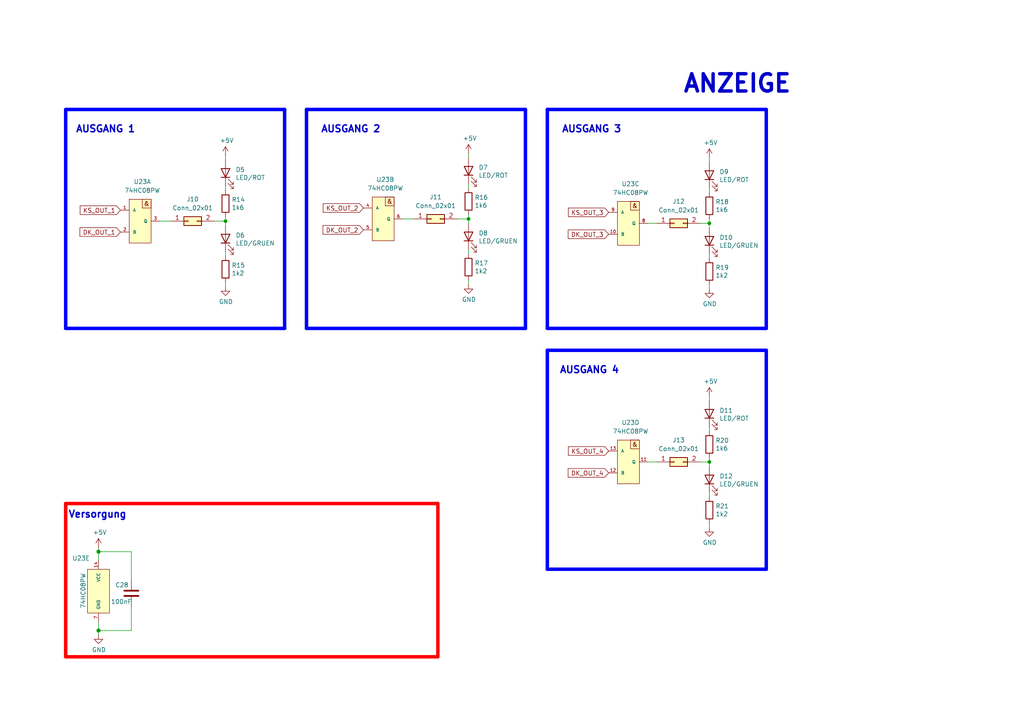
<source format=kicad_sch>
(kicad_sch (version 20210126) (generator eeschema)
  (paper "A4")
  (title_block (title "Kabeltester") (company "BMK Group") (comment 1 "Erstellt: Maximilian Hoffmann") (comment 2 "Geprüft: Robert Schulz"))
  (lib_symbols
    (symbol "Connector_Generic:Conn_02x01" (pin_names (offset 1.016) hide)
      (property "Reference" "J" (at 1.27 2.54 0))
      (property "Value" "Conn_02x01" (at 1.27 -2.54 0))
      (symbol "Conn_02x01_1_1"
        (rectangle (start -1.27 0.127) (end 0 -0.127) (stroke (width 0.1524)))
        (rectangle (start -1.27 1.27) (end 3.81 -1.27) (stroke (width 0.254)) (fill (type background)))
        (rectangle (start 3.81 0.127) (end 2.54 -0.127) (stroke (width 0.1524)))
        (pin passive line (at -5.08 0 0) (length 3.81) (name "Pin_1") (number "1"))
        (pin passive line (at 7.62 0 180) (length 3.81) (name "Pin_2") (number "2"))
      )
    )
    (symbol "Device:C_1" (pin_numbers hide) (pin_names (offset 0.254))
      (property "Reference" "C" (at 0.635 2.54 0))
      (property "Value" "C" (at 0.635 -2.54 0))
      (symbol "C_1_0_1"
        (polyline (pts (xy -2.032 -0.762) (xy 2.032 -0.762)) (stroke (width 0.508)))
        (polyline (pts (xy -2.032 0.762) (xy 2.032 0.762)) (stroke (width 0.508)))
      )
      (symbol "C_1_1_1"
        (pin passive line (at 0 3.81 270) (length 2.794) (name "~") (number "1"))
        (pin passive line (at 0 -3.81 90) (length 2.794) (name "~") (number "2"))
      )
    )
    (symbol "Device:LED" (pin_numbers hide) (pin_names (offset 1.016) hide)
      (property "Reference" "D" (at 0 2.54 0))
      (property "Value" "LED" (at 0 -2.54 0))
      (symbol "LED_0_1"
        (polyline (pts (xy -1.27 -1.27) (xy -1.27 1.27)) (stroke (width 0.254)))
        (polyline (pts (xy -1.27 0) (xy 1.27 0)))
        (polyline (pts (xy 1.27 -1.27) (xy 1.27 1.27) (xy -1.27 0) (xy 1.27 -1.27)) (stroke (width 0.254)))
        (polyline (pts (xy -3.048 -0.762) (xy -4.572 -2.286) (xy -3.81 -2.286) (xy -4.572 -2.286) (xy -4.572 -1.524)))
        (polyline (pts (xy -1.778 -0.762) (xy -3.302 -2.286) (xy -2.54 -2.286) (xy -3.302 -2.286) (xy -3.302 -1.524)))
      )
      (symbol "LED_1_1"
        (pin passive line (at -3.81 0 0) (length 2.54) (name "K") (number "1"))
        (pin passive line (at 3.81 0 180) (length 2.54) (name "A") (number "2"))
      )
    )
    (symbol "Device:R_2" (pin_numbers hide) (pin_names (offset 0))
      (property "Reference" "R" (at 2.032 0 90))
      (property "Value" "R" (at 0 0 90))
      (symbol "R_2_0_1"
        (rectangle (start -1.016 -2.54) (end 1.016 2.54) (stroke (width 0.254)))
      )
      (symbol "R_2_1_1"
        (pin passive line (at 0 3.81 270) (length 1.27) (name "~") (number "1"))
        (pin passive line (at 0 -3.81 90) (length 1.27) (name "~") (number "2"))
      )
    )
    (symbol "Device:R_23" (pin_numbers hide) (pin_names (offset 0))
      (property "Reference" "R" (at 2.032 0 90))
      (property "Value" "R" (at 0 0 90))
      (symbol "R_23_0_1"
        (rectangle (start -1.016 -2.54) (end 1.016 2.54) (stroke (width 0.254)))
      )
      (symbol "R_23_1_1"
        (pin passive line (at 0 3.81 270) (length 1.27) (name "~") (number "1"))
        (pin passive line (at 0 -3.81 90) (length 1.27) (name "~") (number "2"))
      )
    )
    (symbol "Device:R_24" (pin_numbers hide) (pin_names (offset 0))
      (property "Reference" "R" (at 2.032 0 90))
      (property "Value" "R" (at 0 0 90))
      (symbol "R_24_0_1"
        (rectangle (start -1.016 -2.54) (end 1.016 2.54) (stroke (width 0.254)))
      )
      (symbol "R_24_1_1"
        (pin passive line (at 0 3.81 270) (length 1.27) (name "~") (number "1"))
        (pin passive line (at 0 -3.81 90) (length 1.27) (name "~") (number "2"))
      )
    )
    (symbol "Device:R_25" (pin_numbers hide) (pin_names (offset 0))
      (property "Reference" "R" (at 2.032 0 90))
      (property "Value" "R" (at 0 0 90))
      (symbol "R_25_0_1"
        (rectangle (start -1.016 -2.54) (end 1.016 2.54) (stroke (width 0.254)))
      )
      (symbol "R_25_1_1"
        (pin passive line (at 0 3.81 270) (length 1.27) (name "~") (number "1"))
        (pin passive line (at 0 -3.81 90) (length 1.27) (name "~") (number "2"))
      )
    )
    (symbol "Device:R_26" (pin_numbers hide) (pin_names (offset 0))
      (property "Reference" "R" (at 2.032 0 90))
      (property "Value" "R" (at 0 0 90))
      (symbol "R_26_0_1"
        (rectangle (start -1.016 -2.54) (end 1.016 2.54) (stroke (width 0.254)))
      )
      (symbol "R_26_1_1"
        (pin passive line (at 0 3.81 270) (length 1.27) (name "~") (number "1"))
        (pin passive line (at 0 -3.81 90) (length 1.27) (name "~") (number "2"))
      )
    )
    (symbol "Device:R_3" (pin_numbers hide) (pin_names (offset 0))
      (property "Reference" "R" (at 2.032 0 90))
      (property "Value" "R" (at 0 0 90))
      (symbol "R_3_0_1"
        (rectangle (start -1.016 -2.54) (end 1.016 2.54) (stroke (width 0.254)))
      )
      (symbol "R_3_1_1"
        (pin passive line (at 0 3.81 270) (length 1.27) (name "~") (number "1"))
        (pin passive line (at 0 -3.81 90) (length 1.27) (name "~") (number "2"))
      )
    )
    (symbol "Device:R_5" (pin_numbers hide) (pin_names (offset 0))
      (property "Reference" "R" (at 2.032 0 90))
      (property "Value" "R" (at 0 0 90))
      (symbol "R_5_0_1"
        (rectangle (start -1.016 -2.54) (end 1.016 2.54) (stroke (width 0.254)))
      )
      (symbol "R_5_1_1"
        (pin passive line (at 0 3.81 270) (length 1.27) (name "~") (number "1"))
        (pin passive line (at 0 -3.81 90) (length 1.27) (name "~") (number "2"))
      )
    )
    (symbol "Device:R_6" (pin_numbers hide) (pin_names (offset 0))
      (property "Reference" "R" (at 2.032 0 90))
      (property "Value" "R" (at 0 0 90))
      (symbol "R_6_0_1"
        (rectangle (start -1.016 -2.54) (end 1.016 2.54) (stroke (width 0.254)))
      )
      (symbol "R_6_1_1"
        (pin passive line (at 0 3.81 270) (length 1.27) (name "~") (number "1"))
        (pin passive line (at 0 -3.81 90) (length 1.27) (name "~") (number "2"))
      )
    )
    (symbol "Kabeltester:74HC08PW" (pin_names (offset 1.016))
      (property "Reference" "U" (at 0 15.875 0))
      (property "Value" "74HC08PW" (at 0 13.335 0))
      (symbol "74HC08PW_1_1"
        (text "&" (at 1.905 5.08 0) (effects (font (size 1.27 1.27))))
        (rectangle (start -3.175 6.35) (end 3.175 -6.35) (fill (type background)))
        (rectangle (start 0.635 6.35) (end 3.175 3.81))
        (pin bidirectional line (at -5.715 3.175 0) (length 2.54) (name "A") (number "1"))
        (pin bidirectional line (at -5.715 -3.175 0) (length 2.54) (name "B") (number "2"))
        (pin output line (at 5.715 0 180) (length 2.54) (name "Q") (number "3"))
      )
      (symbol "74HC08PW_1_2"
        (pin bidirectional line (at -7.62 2.54 0) (length 3.81) (name "A") (number "1"))
        (pin bidirectional line (at -7.62 -2.54 0) (length 3.81) (name "B") (number "2"))
        (pin bidirectional inverted (at 6.35 0 180) (length 3.81) (name "Q") (number "3"))
      )
      (symbol "74HC08PW_2_1"
        (text "&" (at 1.905 5.08 0) (effects (font (size 1.27 1.27))))
        (rectangle (start -3.175 6.35) (end 3.175 -6.35) (fill (type background)))
        (rectangle (start 0.635 6.35) (end 3.175 3.81))
        (pin bidirectional line (at -5.715 3.175 0) (length 2.54) (name "A") (number "4"))
        (pin bidirectional line (at -5.715 -3.175 0) (length 2.54) (name "B") (number "5"))
        (pin bidirectional line (at 5.715 0 180) (length 2.54) (name "Q") (number "6"))
      )
      (symbol "74HC08PW_2_2"
        (pin bidirectional line (at -7.62 2.54 0) (length 3.81) (name "A") (number "1"))
        (pin bidirectional line (at -7.62 -2.54 0) (length 3.81) (name "B") (number "2"))
        (pin bidirectional inverted (at 6.35 0 180) (length 3.81) (name "Q") (number "3"))
      )
      (symbol "74HC08PW_3_1"
        (text "&" (at 1.905 5.08 0) (effects (font (size 1.27 1.27))))
        (rectangle (start -3.175 6.35) (end 3.175 -6.35) (fill (type background)))
        (rectangle (start 0.635 6.35) (end 3.175 3.81))
        (pin bidirectional line (at -5.715 -3.175 0) (length 2.54) (name "B") (number "10"))
        (pin bidirectional line (at 5.715 0 180) (length 2.54) (name "Q") (number "8"))
        (pin bidirectional line (at -5.715 3.175 0) (length 2.54) (name "A") (number "9"))
      )
      (symbol "74HC08PW_3_2"
        (pin bidirectional line (at -7.62 2.54 0) (length 3.81) (name "A") (number "1"))
        (pin bidirectional line (at -7.62 -2.54 0) (length 3.81) (name "B") (number "2"))
        (pin bidirectional inverted (at 6.35 0 180) (length 3.81) (name "Q") (number "3"))
      )
      (symbol "74HC08PW_4_1"
        (text "&" (at 1.905 5.08 0) (effects (font (size 1.27 1.27))))
        (rectangle (start -3.175 6.35) (end 3.175 -6.35) (fill (type background)))
        (rectangle (start 0.635 6.35) (end 3.175 3.81))
        (pin bidirectional line (at 5.715 0 180) (length 2.54) (name "Q") (number "11"))
        (pin bidirectional line (at -5.715 -3.175 0) (length 2.54) (name "B") (number "12"))
        (pin bidirectional line (at -5.715 3.175 0) (length 2.54) (name "A") (number "13"))
      )
      (symbol "74HC08PW_4_2"
        (pin bidirectional line (at -7.62 2.54 0) (length 3.81) (name "A") (number "1"))
        (pin bidirectional line (at -7.62 -2.54 0) (length 3.81) (name "B") (number "2"))
        (pin bidirectional inverted (at 6.35 0 180) (length 3.81) (name "Q") (number "3"))
      )
      (symbol "74HC08PW_5_1"
        (rectangle (start -3.175 6.35) (end 3.175 -6.35) (fill (type background)))
        (pin bidirectional line (at 0 8.89 270) (length 2.54) (name "VCC") (number "14"))
        (pin bidirectional line (at 0 -8.89 90) (length 2.54) (name "GND") (number "7"))
      )
      (symbol "74HC08PW_5_2"
        (pin bidirectional line (at -7.62 2.54 0) (length 3.81) (name "A") (number "1"))
        (pin bidirectional line (at -7.62 -2.54 0) (length 3.81) (name "B") (number "2"))
        (pin bidirectional inverted (at 6.35 0 180) (length 3.81) (name "Q") (number "3"))
      )
    )
    (symbol "power:+5V" (power) (pin_names (offset 0))
      (property "Value" "+5V" (at 0 3.556 0))
      (symbol "+5V_0_1"
        (polyline (pts (xy -0.762 1.27) (xy 0 2.54)))
        (polyline (pts (xy 0 0) (xy 0 2.54)))
        (polyline (pts (xy 0 2.54) (xy 0.762 1.27)))
      )
      (symbol "+5V_1_1"
        (pin power_in line (at 0 0 90) (length 0) hide (name "+5V") (number "1"))
      )
    )
    (symbol "power:GND" (power) (pin_names (offset 0))
      (property "Value" "GND" (at 0 -3.81 0))
      (symbol "GND_0_1"
        (polyline (pts (xy 0 0) (xy 0 -1.27) (xy 1.27 -1.27) (xy 0 -2.54) (xy -1.27 -1.27) (xy 0 -1.27)))
      )
      (symbol "GND_1_1"
        (pin power_in line (at 0 0 270) (length 0) hide (name "GND") (number "1"))
      )
    )
  )
  (junction (at 28.575 160.02) (diameter 1.016))
  (junction (at 28.575 182.88) (diameter 1.016))
  (junction (at 65.405 64.135) (diameter 0.9144))
  (junction (at 135.89 63.5) (diameter 0.9144))
  (junction (at 205.74 64.77) (diameter 0.9144))
  (junction (at 205.74 133.985) (diameter 0.9144))
  (wire (pts (xy 28.575 158.75) (xy 28.575 160.02)))
  (wire (pts (xy 28.575 160.02) (xy 28.575 162.56)))
  (wire (pts (xy 28.575 180.34) (xy 28.575 182.88)))
  (wire (pts (xy 28.575 182.88) (xy 28.575 184.15)))
  (wire (pts (xy 38.1 160.02) (xy 28.575 160.02)))
  (wire (pts (xy 38.1 168.275) (xy 38.1 160.02)))
  (wire (pts (xy 38.1 175.895) (xy 38.1 182.88)))
  (wire (pts (xy 38.1 182.88) (xy 28.575 182.88)))
  (wire (pts (xy 46.355 64.135) (xy 49.53 64.135)))
  (wire (pts (xy 62.23 64.135) (xy 65.405 64.135)))
  (wire (pts (xy 65.405 45.085) (xy 65.405 46.355)))
  (wire (pts (xy 65.405 53.975) (xy 65.405 55.245)))
  (wire (pts (xy 65.405 62.865) (xy 65.405 64.135)))
  (wire (pts (xy 65.405 64.135) (xy 65.405 65.405)))
  (wire (pts (xy 65.405 73.025) (xy 65.405 74.295)))
  (wire (pts (xy 65.405 81.915) (xy 65.405 83.185)))
  (wire (pts (xy 116.84 63.5) (xy 120.015 63.5)))
  (wire (pts (xy 132.715 63.5) (xy 135.89 63.5)))
  (wire (pts (xy 135.89 44.45) (xy 135.89 45.72)))
  (wire (pts (xy 135.89 53.34) (xy 135.89 54.61)))
  (wire (pts (xy 135.89 62.23) (xy 135.89 63.5)))
  (wire (pts (xy 135.89 63.5) (xy 135.89 64.77)))
  (wire (pts (xy 135.89 72.39) (xy 135.89 73.66)))
  (wire (pts (xy 135.89 81.28) (xy 135.89 82.55)))
  (wire (pts (xy 187.96 64.77) (xy 190.5 64.77)))
  (wire (pts (xy 187.96 133.985) (xy 190.5 133.985)))
  (wire (pts (xy 203.2 64.77) (xy 205.74 64.77)))
  (wire (pts (xy 203.2 133.985) (xy 205.74 133.985)))
  (wire (pts (xy 205.74 45.72) (xy 205.74 46.99)))
  (wire (pts (xy 205.74 54.61) (xy 205.74 55.88)))
  (wire (pts (xy 205.74 63.5) (xy 205.74 64.77)))
  (wire (pts (xy 205.74 64.77) (xy 205.74 66.04)))
  (wire (pts (xy 205.74 73.66) (xy 205.74 74.93)))
  (wire (pts (xy 205.74 82.55) (xy 205.74 83.82)))
  (wire (pts (xy 205.74 114.935) (xy 205.74 116.205)))
  (wire (pts (xy 205.74 123.825) (xy 205.74 125.095)))
  (wire (pts (xy 205.74 132.715) (xy 205.74 133.985)))
  (wire (pts (xy 205.74 133.985) (xy 205.74 135.255)))
  (wire (pts (xy 205.74 142.875) (xy 205.74 144.145)))
  (wire (pts (xy 205.74 151.765) (xy 205.74 153.035)))
  (polyline (pts (xy 19.05 31.75) (xy 19.05 95.25)) (stroke (width 1) (type solid) (color 0 0 255 1)))
  (polyline (pts (xy 19.05 31.75) (xy 82.55 31.75)) (stroke (width 1) (type solid) (color 0 0 255 1)))
  (polyline (pts (xy 19.05 146.05) (xy 19.05 190.5)) (stroke (width 1) (type solid) (color 255 0 0 1)))
  (polyline (pts (xy 19.05 190.5) (xy 127 190.5)) (stroke (width 1) (type solid) (color 255 0 0 1)))
  (polyline (pts (xy 82.55 31.75) (xy 82.55 95.25)) (stroke (width 1) (type solid) (color 0 0 255 1)))
  (polyline (pts (xy 82.55 95.25) (xy 19.05 95.25)) (stroke (width 1) (type solid) (color 0 0 255 1)))
  (polyline (pts (xy 88.9 31.75) (xy 88.9 95.25)) (stroke (width 1) (type solid) (color 0 0 255 1)))
  (polyline (pts (xy 88.9 31.75) (xy 152.4 31.75)) (stroke (width 1) (type solid) (color 0 0 255 1)))
  (polyline (pts (xy 127 146.05) (xy 19.05 146.05)) (stroke (width 1) (type solid) (color 255 0 0 1)))
  (polyline (pts (xy 127 190.5) (xy 127 146.05)) (stroke (width 1) (type solid) (color 255 0 0 1)))
  (polyline (pts (xy 152.4 31.75) (xy 152.4 95.25)) (stroke (width 1) (type solid) (color 0 0 255 1)))
  (polyline (pts (xy 152.4 95.25) (xy 88.9 95.25)) (stroke (width 1) (type solid) (color 0 0 255 1)))
  (polyline (pts (xy 158.75 31.75) (xy 158.75 95.25)) (stroke (width 1) (type solid) (color 0 0 255 1)))
  (polyline (pts (xy 158.75 31.75) (xy 222.25 31.75)) (stroke (width 1) (type solid) (color 0 0 255 1)))
  (polyline (pts (xy 158.75 101.6) (xy 158.75 165.1)) (stroke (width 1) (type solid) (color 0 0 255 1)))
  (polyline (pts (xy 158.75 101.6) (xy 222.25 101.6)) (stroke (width 1) (type solid) (color 0 0 255 1)))
  (polyline (pts (xy 222.25 31.75) (xy 222.25 95.25)) (stroke (width 1) (type solid) (color 0 0 255 1)))
  (polyline (pts (xy 222.25 95.25) (xy 158.75 95.25)) (stroke (width 1) (type solid) (color 0 0 255 1)))
  (polyline (pts (xy 222.25 101.6) (xy 222.25 165.1)) (stroke (width 1) (type solid) (color 0 0 255 1)))
  (polyline (pts (xy 222.25 165.1) (xy 158.75 165.1)) (stroke (width 1) (type solid) (color 0 0 255 1)))
  (text "Versorgung\n" (at 36.83 150.495 180) (effects (font (size 2 2) (thickness 0.4) bold) (justify right bottom)))
  (text "AUSGANG 1" (at 39.37 38.735 180) (effects (font (size 2 2) (thickness 0.4) bold) (justify right bottom)))
  (text "AUSGANG 2" (at 110.49 38.735 180) (effects (font (size 2 2) (thickness 0.4) bold) (justify right bottom)))
  (text "AUSGANG 4\n" (at 179.705 108.585 180) (effects (font (size 2 2) (thickness 0.4) bold) (justify right bottom)))
  (text "AUSGANG 3\n" (at 180.34 38.735 180) (effects (font (size 2 2) (thickness 0.4) bold) (justify right bottom)))
  (text "ANZEIGE" (at 229.87 27.305 180) (effects (font (size 5 5) (thickness 1) bold) (justify right bottom)))
  (global_label "KS_OUT_1" (shape input) (at 34.925 60.96 180) (property "Intersheet References" "${INTERSHEET_REFS}" (effects hide)))
  (global_label "DK_OUT_1" (shape input) (at 34.925 67.31 180) (property "Intersheet References" "${INTERSHEET_REFS}" (effects hide)))
  (global_label "KS_OUT_2" (shape input) (at 105.41 60.325 180) (property "Intersheet References" "${INTERSHEET_REFS}" (effects hide)))
  (global_label "DK_OUT_2" (shape input) (at 105.41 66.675 180) (property "Intersheet References" "${INTERSHEET_REFS}" (effects hide)))
  (global_label "KS_OUT_3" (shape input) (at 176.53 61.595 180) (property "Intersheet References" "${INTERSHEET_REFS}" (effects hide)))
  (global_label "DK_OUT_3" (shape input) (at 176.53 67.945 180) (property "Intersheet References" "${INTERSHEET_REFS}" (effects hide)))
  (global_label "KS_OUT_4" (shape input) (at 176.53 130.81 180) (property "Intersheet References" "${INTERSHEET_REFS}" (effects hide)))
  (global_label "DK_OUT_4" (shape input) (at 176.53 137.16 180) (property "Intersheet References" "${INTERSHEET_REFS}" (effects hide)))
  (symbol (lib_id "power:+5V") (at 28.575 158.75 0) (unit 1)
    (property "Reference" "#PWR074" (effects hide))
    (property "Value" "+5V" (at 28.9433 154.4256 0))
  )
  (symbol (lib_id "power:+5V") (at 65.405 45.085 0) (unit 1)
    (property "Reference" "#PWR078" (effects hide))
    (property "Value" "+5V" (at 65.7733 40.7606 0))
  )
  (symbol (lib_id "power:+5V") (at 135.89 44.45 0) (unit 1)
    (property "Reference" "#PWR080" (effects hide))
    (property "Value" "+5V" (at 136.2583 40.1256 0))
  )
  (symbol (lib_id "power:+5V") (at 205.74 45.72 0) (unit 1)
    (property "Reference" "#PWR086" (effects hide))
    (property "Value" "+5V" (at 206.1083 41.3956 0))
  )
  (symbol (lib_id "power:+5V") (at 205.74 114.935 0) (unit 1)
    (property "Reference" "#PWR088" (effects hide))
    (property "Value" "+5V" (at 206.1083 110.6106 0))
  )
  (symbol (lib_id "power:GND") (at 28.575 184.15 0) (unit 1)
    (property "Reference" "#PWR075" (effects hide))
    (property "Value" "GND" (at 28.6893 188.4744 0))
  )
  (symbol (lib_id "power:GND") (at 65.405 83.185 0) (unit 1)
    (property "Reference" "#PWR079" (effects hide))
    (property "Value" "GND" (at 65.5193 87.5094 0))
  )
  (symbol (lib_id "power:GND") (at 135.89 82.55 0) (unit 1)
    (property "Reference" "#PWR081" (effects hide))
    (property "Value" "GND" (at 136.0043 86.8744 0))
  )
  (symbol (lib_id "power:GND") (at 205.74 83.82 0) (unit 1)
    (property "Reference" "#PWR087" (effects hide))
    (property "Value" "GND" (at 205.8543 88.1444 0))
  )
  (symbol (lib_id "power:GND") (at 205.74 153.035 0) (unit 1)
    (property "Reference" "#PWR089" (effects hide))
    (property "Value" "GND" (at 205.8543 157.3594 0))
  )
  (symbol (lib_name "Device:R_23") (lib_id "Device:R") (at 65.405 59.055 0) (unit 1)
    (property "Reference" "R14" (at 67.1831 57.9056 0) (effects (justify left)))
    (property "Value" "1k6" (at 67.183 60.204 0) (effects (justify left)))
    (property "Footprint" "Resistor_SMD:R_0603_1608Metric_Pad0.98x0.95mm_HandSolder" (effects hide))
    (property "BMK-Nr" "BS" (effects hide))
    (property "Mouser" "-" (effects hide))
  )
  (symbol (lib_name "Device:R_24") (lib_id "Device:R") (at 65.405 78.105 0) (unit 1)
    (property "Reference" "R15" (at 67.1831 76.9556 0) (effects (justify left)))
    (property "Value" "1k2" (at 67.183 79.254 0) (effects (justify left)))
    (property "Footprint" "Resistor_SMD:R_0603_1608Metric_Pad0.98x0.95mm_HandSolder" (effects hide))
    (property "BMK-Nr" "BS" (effects hide))
    (property "Mouser" "-" (effects hide))
  )
  (symbol (lib_name "Device:R_6") (lib_id "Device:R") (at 135.89 58.42 0) (unit 1)
    (property "Reference" "R16" (at 137.6681 57.2706 0) (effects (justify left)))
    (property "Value" "1k6" (at 137.668 59.569 0) (effects (justify left)))
    (property "Footprint" "Resistor_SMD:R_0603_1608Metric_Pad0.98x0.95mm_HandSolder" (effects hide))
    (property "BMK-Nr" "BS" (effects hide))
    (property "Mouser" "-" (effects hide))
  )
  (symbol (lib_name "Device:R_5") (lib_id "Device:R") (at 135.89 77.47 0) (unit 1)
    (property "Reference" "R17" (at 137.6681 76.3206 0) (effects (justify left)))
    (property "Value" "1k2" (at 137.668 78.619 0) (effects (justify left)))
    (property "Footprint" "Resistor_SMD:R_0603_1608Metric_Pad0.98x0.95mm_HandSolder" (effects hide))
    (property "BMK-Nr" "BS" (effects hide))
    (property "Mouser" "-" (effects hide))
  )
  (symbol (lib_name "Device:R_26") (lib_id "Device:R") (at 205.74 59.69 0) (unit 1)
    (property "Reference" "R18" (at 207.5181 58.5406 0) (effects (justify left)))
    (property "Value" "1k6" (at 207.518 60.839 0) (effects (justify left)))
    (property "Footprint" "Resistor_SMD:R_0603_1608Metric_Pad0.98x0.95mm_HandSolder" (effects hide))
    (property "BMK-Nr" "BS" (effects hide))
    (property "Mouser" "-" (effects hide))
  )
  (symbol (lib_name "Device:R_25") (lib_id "Device:R") (at 205.74 78.74 0) (unit 1)
    (property "Reference" "R19" (at 207.5181 77.5906 0) (effects (justify left)))
    (property "Value" "1k2" (at 207.518 79.889 0) (effects (justify left)))
    (property "Footprint" "Resistor_SMD:R_0603_1608Metric_Pad0.98x0.95mm_HandSolder" (effects hide))
    (property "BMK-Nr" "BS" (effects hide))
    (property "Mouser" "-" (effects hide))
  )
  (symbol (lib_name "Device:R_3") (lib_id "Device:R") (at 205.74 128.905 0) (unit 1)
    (property "Reference" "R20" (at 207.5181 127.7556 0) (effects (justify left)))
    (property "Value" "1k6" (at 207.518 130.054 0) (effects (justify left)))
    (property "Footprint" "Resistor_SMD:R_0603_1608Metric_Pad0.98x0.95mm_HandSolder" (effects hide))
    (property "BMK-Nr" "BS" (effects hide))
    (property "Mouser" "-" (effects hide))
  )
  (symbol (lib_name "Device:R_2") (lib_id "Device:R") (at 205.74 147.955 0) (unit 1)
    (property "Reference" "R21" (at 207.5181 146.8056 0) (effects (justify left)))
    (property "Value" "1k2" (at 207.518 149.104 0) (effects (justify left)))
    (property "Footprint" "Resistor_SMD:R_0603_1608Metric_Pad0.98x0.95mm_HandSolder" (effects hide))
    (property "BMK-Nr" "BS" (effects hide))
    (property "Mouser" "-" (effects hide))
  )
  (symbol (lib_id "Device:LED") (at 65.405 50.165 90) (unit 1)
    (property "Reference" "D5" (at 68.3261 49.2061 90) (effects (justify right)))
    (property "Value" "LED/ROT" (at 68.326 51.505 90) (effects (justify right)))
    (property "Footprint" "LED_SMD:LED_0603_1608Metric_Pad1.05x0.95mm_HandSolder" (effects hide))
    (property "BMK-Nr" "08-8617" (effects hide))
    (property "Mouser" "604-APT1608LSECKJ3RV" (effects hide))
    (property "Stromaufnahme" "1mA" (effects hide))
  )
  (symbol (lib_id "Device:LED") (at 65.405 69.215 90) (unit 1)
    (property "Reference" "D6" (at 68.3261 68.2561 90) (effects (justify right)))
    (property "Value" "LED/GRUEN" (at 68.326 70.555 90) (effects (justify right)))
    (property "Footprint" "LED_SMD:LED_0603_1608Metric_Pad1.05x0.95mm_HandSolder" (effects hide))
    (property "BMK-Nr" "08-8620" (effects hide))
    (property "Mouser" "604-APT1608LZGCK" (effects hide))
    (property "Stromaufnahme" "1mA" (effects hide))
  )
  (symbol (lib_id "Device:LED") (at 135.89 49.53 90) (unit 1)
    (property "Reference" "D7" (at 138.8111 48.5711 90) (effects (justify right)))
    (property "Value" "LED/ROT" (at 138.811 50.87 90) (effects (justify right)))
    (property "Footprint" "LED_SMD:LED_0603_1608Metric_Pad1.05x0.95mm_HandSolder" (effects hide))
    (property "BMK-Nr" "08-8617" (effects hide))
    (property "Mouser" "604-APT1608LSECKJ3RV" (effects hide))
    (property "Stromaufnahme" "1mA" (effects hide))
  )
  (symbol (lib_id "Device:LED") (at 135.89 68.58 90) (unit 1)
    (property "Reference" "D8" (at 138.8111 67.6211 90) (effects (justify right)))
    (property "Value" "LED/GRUEN" (at 138.811 69.92 90) (effects (justify right)))
    (property "Footprint" "LED_SMD:LED_0603_1608Metric_Pad1.05x0.95mm_HandSolder" (effects hide))
    (property "BMK-Nr" "08-8620" (effects hide))
    (property "Mouser" "604-APT1608LZGCK" (effects hide))
    (property "Stromaufnahme" "1mA" (effects hide))
  )
  (symbol (lib_id "Device:LED") (at 205.74 50.8 90) (unit 1)
    (property "Reference" "D9" (at 208.6611 49.8411 90) (effects (justify right)))
    (property "Value" "LED/ROT" (at 208.661 52.14 90) (effects (justify right)))
    (property "Footprint" "LED_SMD:LED_0603_1608Metric_Pad1.05x0.95mm_HandSolder" (effects hide))
    (property "BMK-Nr" "08-8617" (effects hide))
    (property "Mouser" "604-APT1608LSECKJ3RV" (effects hide))
    (property "Stromaufnahme" "1mA" (effects hide))
  )
  (symbol (lib_id "Device:LED") (at 205.74 69.85 90) (unit 1)
    (property "Reference" "D10" (at 208.6611 68.8911 90) (effects (justify right)))
    (property "Value" "LED/GRUEN" (at 208.661 71.19 90) (effects (justify right)))
    (property "Footprint" "LED_SMD:LED_0603_1608Metric_Pad1.05x0.95mm_HandSolder" (effects hide))
    (property "BMK-Nr" "08-8620" (effects hide))
    (property "Mouser" "604-APT1608LZGCK" (effects hide))
    (property "Stromaufnahme" "1mA" (effects hide))
  )
  (symbol (lib_id "Device:LED") (at 205.74 120.015 90) (unit 1)
    (property "Reference" "D11" (at 208.6611 119.0561 90) (effects (justify right)))
    (property "Value" "LED/ROT" (at 208.661 121.355 90) (effects (justify right)))
    (property "Footprint" "LED_SMD:LED_0603_1608Metric_Pad1.05x0.95mm_HandSolder" (effects hide))
    (property "BMK-Nr" "08-8617" (effects hide))
    (property "Mouser" "604-APT1608LSECKJ3RV" (effects hide))
    (property "Stromaufnahme" "1mA" (effects hide))
  )
  (symbol (lib_id "Device:LED") (at 205.74 139.065 90) (unit 1)
    (property "Reference" "D12" (at 208.6611 138.1061 90) (effects (justify right)))
    (property "Value" "LED/GRUEN" (at 208.661 140.405 90) (effects (justify right)))
    (property "Footprint" "LED_SMD:LED_0603_1608Metric_Pad1.05x0.95mm_HandSolder" (effects hide))
    (property "BMK-Nr" "08-8620" (effects hide))
    (property "Mouser" "604-APT1608LZGCK" (effects hide))
    (property "Stromaufnahme" "1mA" (effects hide))
  )
  (symbol (lib_name "Device:C_1") (lib_id "Device:C") (at 38.1 172.085 0) (unit 1)
    (property "Reference" "C28" (at 33.4011 169.6656 0) (effects (justify left)))
    (property "Value" "100nF" (at 32.131 174.504 0) (effects (justify left)))
    (property "Footprint" "Capacitor_SMD:C_0603_1608Metric_Pad1.08x0.95mm_HandSolder" (effects hide))
    (property "BMK-Nr" "BS" (effects hide))
  )
  (symbol (lib_id "Connector_Generic:Conn_02x01") (at 54.61 64.135 0) (unit 1)
    (property "Reference" "J10" (at 55.88 57.785 0))
    (property "Value" "Conn_02x01" (at 55.88 60.325 0))
    (property "Footprint" "Connector_PinSocket_2.54mm:PinSocket_1x02_P2.54mm_Vertical" (effects hide))
  )
  (symbol (lib_id "Connector_Generic:Conn_02x01") (at 125.095 63.5 0) (unit 1)
    (property "Reference" "J11" (at 126.365 57.15 0))
    (property "Value" "Conn_02x01" (at 126.365 59.69 0))
    (property "Footprint" "Connector_PinSocket_2.54mm:PinSocket_1x02_P2.54mm_Vertical" (effects hide))
  )
  (symbol (lib_id "Connector_Generic:Conn_02x01") (at 195.58 64.77 0) (unit 1)
    (property "Reference" "J12" (at 196.85 58.42 0))
    (property "Value" "Conn_02x01" (at 196.85 60.96 0))
    (property "Footprint" "Connector_PinSocket_2.54mm:PinSocket_1x02_P2.54mm_Vertical" (effects hide))
  )
  (symbol (lib_id "Connector_Generic:Conn_02x01") (at 195.58 133.985 0) (unit 1)
    (property "Reference" "J13" (at 196.85 127.635 0))
    (property "Value" "Conn_02x01" (at 196.85 130.175 0))
    (property "Footprint" "Connector_PinSocket_2.54mm:PinSocket_1x02_P2.54mm_Vertical" (effects hide))
  )
  (symbol (lib_id "Kabeltester:74HC08PW") (at 28.575 171.45 0) (unit 5)
    (property "Reference" "U23" (at 20.955 161.925 0) (effects (justify left)))
    (property "Value" "74HC08PW" (at 24.13 176.53 90) (effects (justify left)))
    (property "Footprint" "Package_SO:TSSOP-14_4.4x5mm_P0.65mm" (effects hide))
    (property "Datasheet" "https://www.ti.com/lit/ds/symlink/sn74hc08-q1.pdf?HQS=dis-mous-null-mousermode-dsf-pf-null-wwe&ts=1614454333862&ref_url=https%253A%252F%252Fwww.mouser.de%252F" (effects hide))
    (property "BMK-Nr" "06-0975" (effects hide))
    (property "Mouser" "771-HC08PW118" (effects hide))
    (property "Stromaufnahme" "2uA" (effects hide))
  )
  (symbol (lib_id "Kabeltester:74HC08PW") (at 40.64 64.135 0) (unit 1)
    (property "Reference" "U23" (at 41.275 52.705 0))
    (property "Value" "74HC08PW" (at 41.275 55.245 0))
    (property "Footprint" "Package_SO:TSSOP-14_4.4x5mm_P0.65mm" (effects hide))
    (property "Datasheet" "https://www.ti.com/lit/ds/symlink/sn74hc08-q1.pdf?HQS=dis-mous-null-mousermode-dsf-pf-null-wwe&ts=1614454333862&ref_url=https%253A%252F%252Fwww.mouser.de%252F" (effects hide))
    (property "BMK-Nr" "06-0975" (effects hide))
    (property "Mouser" "771-HC08PW118" (effects hide))
    (property "Stromaufnahme" "2uA" (effects hide))
  )
  (symbol (lib_id "Kabeltester:74HC08PW") (at 111.125 63.5 0) (unit 2)
    (property "Reference" "U23" (at 111.76 52.07 0))
    (property "Value" "74HC08PW" (at 111.76 54.61 0))
    (property "Footprint" "Package_SO:TSSOP-14_4.4x5mm_P0.65mm" (effects hide))
    (property "Datasheet" "https://www.ti.com/lit/ds/symlink/sn74hc08-q1.pdf?HQS=dis-mous-null-mousermode-dsf-pf-null-wwe&ts=1614454333862&ref_url=https%253A%252F%252Fwww.mouser.de%252F" (effects hide))
    (property "BMK-Nr" "06-0975" (effects hide))
    (property "Mouser" "771-HC08PW118" (effects hide))
    (property "Stromaufnahme" "2uA" (effects hide))
  )
  (symbol (lib_id "Kabeltester:74HC08PW") (at 182.245 64.77 0) (unit 3)
    (property "Reference" "U23" (at 182.88 53.34 0))
    (property "Value" "74HC08PW" (at 182.88 55.88 0))
    (property "Footprint" "Package_SO:TSSOP-14_4.4x5mm_P0.65mm" (effects hide))
    (property "Datasheet" "https://www.ti.com/lit/ds/symlink/sn74hc08-q1.pdf?HQS=dis-mous-null-mousermode-dsf-pf-null-wwe&ts=1614454333862&ref_url=https%253A%252F%252Fwww.mouser.de%252F" (effects hide))
    (property "BMK-Nr" "06-0975" (effects hide))
    (property "Mouser" "771-HC08PW118" (effects hide))
    (property "Stromaufnahme" "2uA" (effects hide))
  )
  (symbol (lib_id "Kabeltester:74HC08PW") (at 182.245 133.985 0) (unit 4)
    (property "Reference" "U23" (at 182.88 122.555 0))
    (property "Value" "74HC08PW" (at 182.88 125.095 0))
    (property "Footprint" "Package_SO:TSSOP-14_4.4x5mm_P0.65mm" (effects hide))
    (property "Datasheet" "https://www.ti.com/lit/ds/symlink/sn74hc08-q1.pdf?HQS=dis-mous-null-mousermode-dsf-pf-null-wwe&ts=1614454333862&ref_url=https%253A%252F%252Fwww.mouser.de%252F" (effects hide))
    (property "BMK-Nr" "06-0975" (effects hide))
    (property "Mouser" "771-HC08PW118" (effects hide))
    (property "Stromaufnahme" "2uA" (effects hide))
  )
)
</source>
